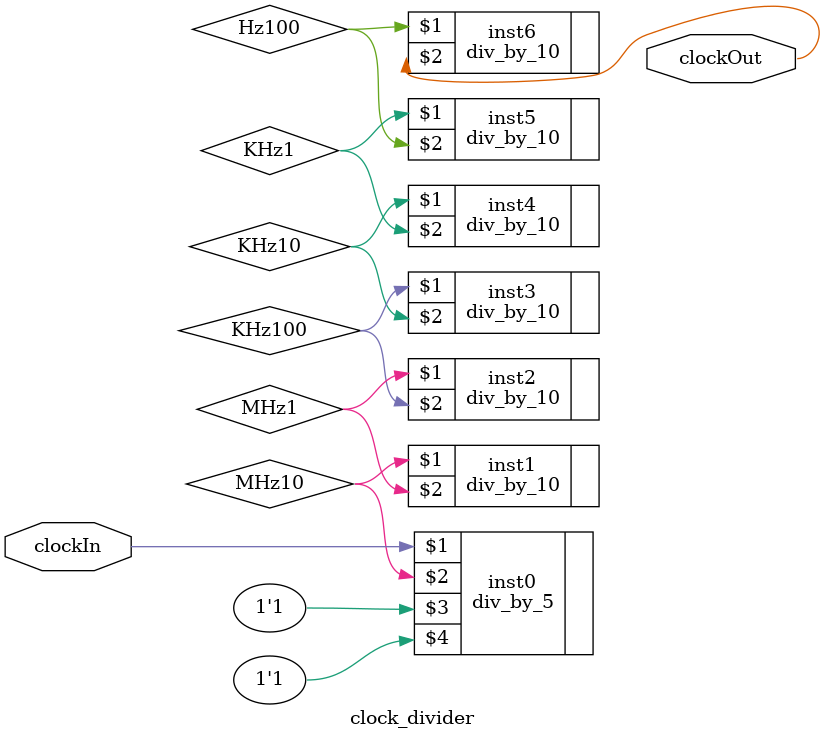
<source format=v>
module clock_divider(clockIn,clockOut);	//Clock divider to divide clock down to 10Hz

	input wire clockIn;	//Input clockIn - 50MHz clock from altera board
	output wire clockOut;	//ouput clockOut - 10Hz clock 
	wire MHz10,MHz1,KHz100,KHz10,KHz1,Hz100; //wires to wire divide by 10 circuits together
	
	div_by_5 inst0 (clockIn,MHz10,1'b1,1'b1);	//50MHz to 10MHz (holding preset and reset high)
	div_by_10 inst1 (MHz10,MHz1);	//10MHz to 1MHz
	div_by_10 inst2 (MHz1,KHz100);	//1MHz to 100kHz
	div_by_10 inst3 (KHz100,KHz10);	//100kHz to 10kHz
	div_by_10 inst4 (KHz10,KHz1);	//10kHz to 1kHz
	div_by_10 inst5 (KHz1,Hz100);	//1kHz to 100Hz
	div_by_10 inst6 (Hz100,clockOut);	//100Hz to 10Hz - output
	
endmodule	//end of clock divider module

</source>
